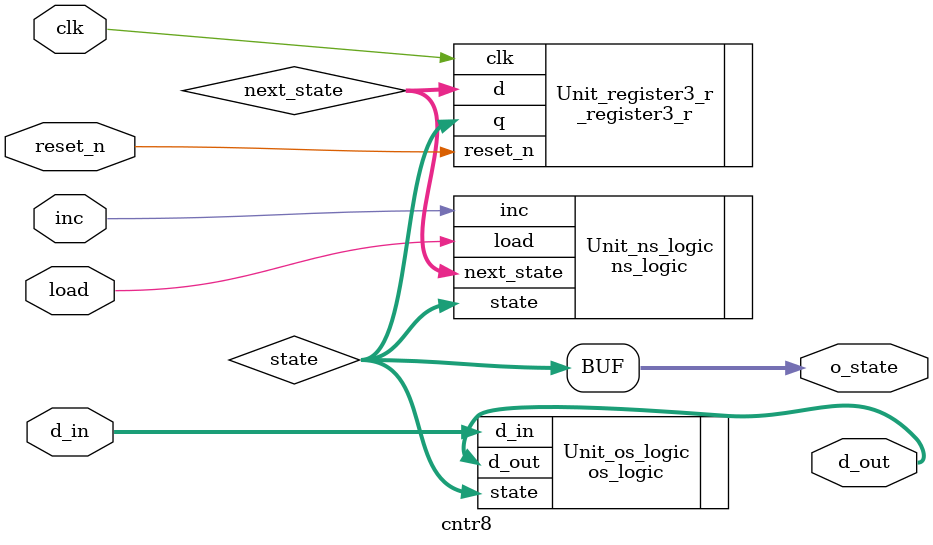
<source format=v>
module cntr8(clk, reset_n, inc, load, d_in, d_out, o_state);
	input clk, reset_n, inc, load;
	input [7:0] d_in;
	output [7:0] d_out;
	output [2:0] o_state;
	
	wire [2:0] state, next_state;
	
	// assign output state as state
	assign o_state = state;
	
	// instance register, next_state logic, output logic
	_register3_r Unit_register3_r(.clk(clk), .reset_n(reset_n), .d(next_state), .q(state));
	ns_logic Unit_ns_logic(.load(load), .inc(inc), .state(state), .next_state(next_state));
	os_logic Unit_os_logic(.state(state), .d_in(d_in), .d_out(d_out));
	
endmodule

</source>
